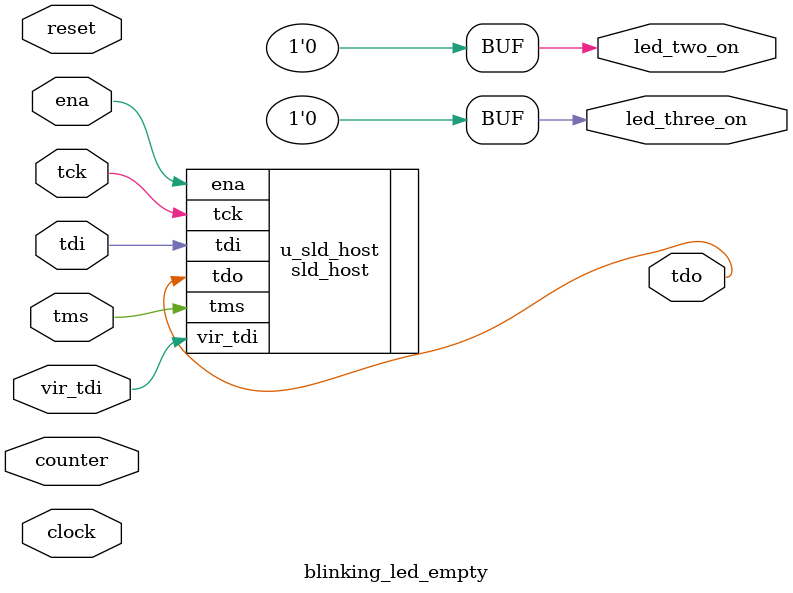
<source format=sv>

`timescale 1 ps / 1 ps
`default_nettype none

module blinking_led_empty (

   // clock
   input wire clock,
   input wire [31:0] counter, 


   //===================
   // Uncomment this block to enable Signal Tap
   
   input wire tck,
   input wire tms,
   input wire tdi,
   input wire vir_tdi,
   input wire ena,
   output wire tdo,
   input wire reset,
   
   //===================

   // Control signals for the LEDs
   output wire led_two_on,
   output wire led_three_on

);

reg [31:0] counter_r; /* synthesis keep */

   // LED is active low
   assign  led_two_on  = 1'b0;
   assign  led_three_on  = 1'b0;
  
   always_ff @(posedge clock) 
   begin
 		counter_r <= counter;
   end

   ////////////////////////////////////////////////////////////////////////
   //instance of the SLD JTAG Bridge Host IP, Reset Release IP & Conf Resest Release IP	
   ////////////////////////////////////////////////////////////////////////

   //===================
   // Uncomment this block to enable Signal Tap
   
   sld_host u_sld_host (
		.tck	(tck),	//   input,  width = 1, connect_to_bridge_host.tck
		.tms	(tms),	//   input,  width = 1,                       .tms
		.tdi	(tdi),	//   input,  width = 1,                       .tdi
		.vir_tdi(vir_tdi),//   input,  width = 1,                    .vir_tdi
		.ena	(ena),	//   input,  width = 1,                       .ena
		.tdo	(tdo)	//  output,  width = 1,                       .tdo
   );
   
   //===================

   ////////////////////////////////////////////////////////////////////////
   //instance of the Conf Resest Release IP	
   ////////////////////////////////////////////////////////////////////////

   //===================
   // Uncomment this block to enable Signal Tap
   
   config_reset_release_endpoint u_config_reset_release_endpoint (
   		.conf_reset (reset)  //   input,  width = 1, conf_reset_in.reset
   );
   
   //===================
    

endmodule

</source>
